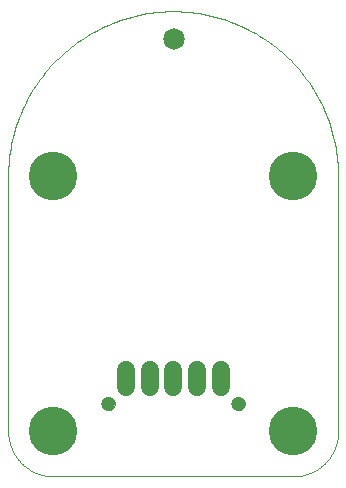
<source format=gbs>
G75*
%MOIN*%
%OFA0B0*%
%FSLAX25Y25*%
%IPPOS*%
%LPD*%
%AMOC8*
5,1,8,0,0,1.08239X$1,22.5*
%
%ADD10C,0.00000*%
%ADD11C,0.16211*%
%ADD12C,0.06000*%
%ADD13C,0.04731*%
%ADD14C,0.07191*%
D10*
X0001500Y0016500D02*
X0001500Y0101500D01*
X0032681Y0025732D02*
X0032683Y0025825D01*
X0032689Y0025917D01*
X0032699Y0026009D01*
X0032713Y0026100D01*
X0032730Y0026191D01*
X0032752Y0026281D01*
X0032777Y0026370D01*
X0032806Y0026458D01*
X0032839Y0026544D01*
X0032876Y0026629D01*
X0032916Y0026713D01*
X0032960Y0026794D01*
X0033007Y0026874D01*
X0033057Y0026952D01*
X0033111Y0027027D01*
X0033168Y0027100D01*
X0033228Y0027170D01*
X0033291Y0027238D01*
X0033357Y0027303D01*
X0033425Y0027365D01*
X0033496Y0027425D01*
X0033570Y0027481D01*
X0033646Y0027534D01*
X0033724Y0027583D01*
X0033804Y0027630D01*
X0033886Y0027672D01*
X0033970Y0027712D01*
X0034055Y0027747D01*
X0034142Y0027779D01*
X0034230Y0027808D01*
X0034319Y0027832D01*
X0034409Y0027853D01*
X0034500Y0027869D01*
X0034592Y0027882D01*
X0034684Y0027891D01*
X0034777Y0027896D01*
X0034869Y0027897D01*
X0034962Y0027894D01*
X0035054Y0027887D01*
X0035146Y0027876D01*
X0035237Y0027861D01*
X0035328Y0027843D01*
X0035418Y0027820D01*
X0035506Y0027794D01*
X0035594Y0027764D01*
X0035680Y0027730D01*
X0035764Y0027693D01*
X0035847Y0027651D01*
X0035928Y0027607D01*
X0036008Y0027559D01*
X0036085Y0027508D01*
X0036159Y0027453D01*
X0036232Y0027395D01*
X0036302Y0027335D01*
X0036369Y0027271D01*
X0036433Y0027205D01*
X0036495Y0027135D01*
X0036553Y0027064D01*
X0036608Y0026990D01*
X0036660Y0026913D01*
X0036709Y0026834D01*
X0036755Y0026754D01*
X0036797Y0026671D01*
X0036835Y0026587D01*
X0036870Y0026501D01*
X0036901Y0026414D01*
X0036928Y0026326D01*
X0036951Y0026236D01*
X0036971Y0026146D01*
X0036987Y0026055D01*
X0036999Y0025963D01*
X0037007Y0025871D01*
X0037011Y0025778D01*
X0037011Y0025686D01*
X0037007Y0025593D01*
X0036999Y0025501D01*
X0036987Y0025409D01*
X0036971Y0025318D01*
X0036951Y0025228D01*
X0036928Y0025138D01*
X0036901Y0025050D01*
X0036870Y0024963D01*
X0036835Y0024877D01*
X0036797Y0024793D01*
X0036755Y0024710D01*
X0036709Y0024630D01*
X0036660Y0024551D01*
X0036608Y0024474D01*
X0036553Y0024400D01*
X0036495Y0024329D01*
X0036433Y0024259D01*
X0036369Y0024193D01*
X0036302Y0024129D01*
X0036232Y0024069D01*
X0036159Y0024011D01*
X0036085Y0023956D01*
X0036008Y0023905D01*
X0035929Y0023857D01*
X0035847Y0023813D01*
X0035764Y0023771D01*
X0035680Y0023734D01*
X0035594Y0023700D01*
X0035506Y0023670D01*
X0035418Y0023644D01*
X0035328Y0023621D01*
X0035237Y0023603D01*
X0035146Y0023588D01*
X0035054Y0023577D01*
X0034962Y0023570D01*
X0034869Y0023567D01*
X0034777Y0023568D01*
X0034684Y0023573D01*
X0034592Y0023582D01*
X0034500Y0023595D01*
X0034409Y0023611D01*
X0034319Y0023632D01*
X0034230Y0023656D01*
X0034142Y0023685D01*
X0034055Y0023717D01*
X0033970Y0023752D01*
X0033886Y0023792D01*
X0033804Y0023834D01*
X0033724Y0023881D01*
X0033646Y0023930D01*
X0033570Y0023983D01*
X0033496Y0024039D01*
X0033425Y0024099D01*
X0033357Y0024161D01*
X0033291Y0024226D01*
X0033228Y0024294D01*
X0033168Y0024364D01*
X0033111Y0024437D01*
X0033057Y0024512D01*
X0033007Y0024590D01*
X0032960Y0024670D01*
X0032916Y0024751D01*
X0032876Y0024835D01*
X0032839Y0024920D01*
X0032806Y0025006D01*
X0032777Y0025094D01*
X0032752Y0025183D01*
X0032730Y0025273D01*
X0032713Y0025364D01*
X0032699Y0025455D01*
X0032689Y0025547D01*
X0032683Y0025639D01*
X0032681Y0025732D01*
X0016500Y0001500D02*
X0016138Y0001504D01*
X0015775Y0001518D01*
X0015413Y0001539D01*
X0015052Y0001570D01*
X0014692Y0001609D01*
X0014333Y0001657D01*
X0013975Y0001714D01*
X0013618Y0001779D01*
X0013263Y0001853D01*
X0012910Y0001936D01*
X0012559Y0002027D01*
X0012211Y0002126D01*
X0011865Y0002234D01*
X0011521Y0002350D01*
X0011181Y0002475D01*
X0010844Y0002607D01*
X0010510Y0002748D01*
X0010179Y0002897D01*
X0009852Y0003054D01*
X0009529Y0003218D01*
X0009210Y0003390D01*
X0008896Y0003570D01*
X0008585Y0003758D01*
X0008280Y0003953D01*
X0007979Y0004155D01*
X0007683Y0004365D01*
X0007393Y0004581D01*
X0007107Y0004805D01*
X0006827Y0005035D01*
X0006553Y0005272D01*
X0006285Y0005516D01*
X0006022Y0005766D01*
X0005766Y0006022D01*
X0005516Y0006285D01*
X0005272Y0006553D01*
X0005035Y0006827D01*
X0004805Y0007107D01*
X0004581Y0007393D01*
X0004365Y0007683D01*
X0004155Y0007979D01*
X0003953Y0008280D01*
X0003758Y0008585D01*
X0003570Y0008896D01*
X0003390Y0009210D01*
X0003218Y0009529D01*
X0003054Y0009852D01*
X0002897Y0010179D01*
X0002748Y0010510D01*
X0002607Y0010844D01*
X0002475Y0011181D01*
X0002350Y0011521D01*
X0002234Y0011865D01*
X0002126Y0012211D01*
X0002027Y0012559D01*
X0001936Y0012910D01*
X0001853Y0013263D01*
X0001779Y0013618D01*
X0001714Y0013975D01*
X0001657Y0014333D01*
X0001609Y0014692D01*
X0001570Y0015052D01*
X0001539Y0015413D01*
X0001518Y0015775D01*
X0001504Y0016138D01*
X0001500Y0016500D01*
X0016500Y0001500D02*
X0096500Y0001500D01*
X0096862Y0001504D01*
X0097225Y0001518D01*
X0097587Y0001539D01*
X0097948Y0001570D01*
X0098308Y0001609D01*
X0098667Y0001657D01*
X0099025Y0001714D01*
X0099382Y0001779D01*
X0099737Y0001853D01*
X0100090Y0001936D01*
X0100441Y0002027D01*
X0100789Y0002126D01*
X0101135Y0002234D01*
X0101479Y0002350D01*
X0101819Y0002475D01*
X0102156Y0002607D01*
X0102490Y0002748D01*
X0102821Y0002897D01*
X0103148Y0003054D01*
X0103471Y0003218D01*
X0103790Y0003390D01*
X0104104Y0003570D01*
X0104415Y0003758D01*
X0104720Y0003953D01*
X0105021Y0004155D01*
X0105317Y0004365D01*
X0105607Y0004581D01*
X0105893Y0004805D01*
X0106173Y0005035D01*
X0106447Y0005272D01*
X0106715Y0005516D01*
X0106978Y0005766D01*
X0107234Y0006022D01*
X0107484Y0006285D01*
X0107728Y0006553D01*
X0107965Y0006827D01*
X0108195Y0007107D01*
X0108419Y0007393D01*
X0108635Y0007683D01*
X0108845Y0007979D01*
X0109047Y0008280D01*
X0109242Y0008585D01*
X0109430Y0008896D01*
X0109610Y0009210D01*
X0109782Y0009529D01*
X0109946Y0009852D01*
X0110103Y0010179D01*
X0110252Y0010510D01*
X0110393Y0010844D01*
X0110525Y0011181D01*
X0110650Y0011521D01*
X0110766Y0011865D01*
X0110874Y0012211D01*
X0110973Y0012559D01*
X0111064Y0012910D01*
X0111147Y0013263D01*
X0111221Y0013618D01*
X0111286Y0013975D01*
X0111343Y0014333D01*
X0111391Y0014692D01*
X0111430Y0015052D01*
X0111461Y0015413D01*
X0111482Y0015775D01*
X0111496Y0016138D01*
X0111500Y0016500D01*
X0111500Y0101500D01*
X0075989Y0025732D02*
X0075991Y0025825D01*
X0075997Y0025917D01*
X0076007Y0026009D01*
X0076021Y0026100D01*
X0076038Y0026191D01*
X0076060Y0026281D01*
X0076085Y0026370D01*
X0076114Y0026458D01*
X0076147Y0026544D01*
X0076184Y0026629D01*
X0076224Y0026713D01*
X0076268Y0026794D01*
X0076315Y0026874D01*
X0076365Y0026952D01*
X0076419Y0027027D01*
X0076476Y0027100D01*
X0076536Y0027170D01*
X0076599Y0027238D01*
X0076665Y0027303D01*
X0076733Y0027365D01*
X0076804Y0027425D01*
X0076878Y0027481D01*
X0076954Y0027534D01*
X0077032Y0027583D01*
X0077112Y0027630D01*
X0077194Y0027672D01*
X0077278Y0027712D01*
X0077363Y0027747D01*
X0077450Y0027779D01*
X0077538Y0027808D01*
X0077627Y0027832D01*
X0077717Y0027853D01*
X0077808Y0027869D01*
X0077900Y0027882D01*
X0077992Y0027891D01*
X0078085Y0027896D01*
X0078177Y0027897D01*
X0078270Y0027894D01*
X0078362Y0027887D01*
X0078454Y0027876D01*
X0078545Y0027861D01*
X0078636Y0027843D01*
X0078726Y0027820D01*
X0078814Y0027794D01*
X0078902Y0027764D01*
X0078988Y0027730D01*
X0079072Y0027693D01*
X0079155Y0027651D01*
X0079236Y0027607D01*
X0079316Y0027559D01*
X0079393Y0027508D01*
X0079467Y0027453D01*
X0079540Y0027395D01*
X0079610Y0027335D01*
X0079677Y0027271D01*
X0079741Y0027205D01*
X0079803Y0027135D01*
X0079861Y0027064D01*
X0079916Y0026990D01*
X0079968Y0026913D01*
X0080017Y0026834D01*
X0080063Y0026754D01*
X0080105Y0026671D01*
X0080143Y0026587D01*
X0080178Y0026501D01*
X0080209Y0026414D01*
X0080236Y0026326D01*
X0080259Y0026236D01*
X0080279Y0026146D01*
X0080295Y0026055D01*
X0080307Y0025963D01*
X0080315Y0025871D01*
X0080319Y0025778D01*
X0080319Y0025686D01*
X0080315Y0025593D01*
X0080307Y0025501D01*
X0080295Y0025409D01*
X0080279Y0025318D01*
X0080259Y0025228D01*
X0080236Y0025138D01*
X0080209Y0025050D01*
X0080178Y0024963D01*
X0080143Y0024877D01*
X0080105Y0024793D01*
X0080063Y0024710D01*
X0080017Y0024630D01*
X0079968Y0024551D01*
X0079916Y0024474D01*
X0079861Y0024400D01*
X0079803Y0024329D01*
X0079741Y0024259D01*
X0079677Y0024193D01*
X0079610Y0024129D01*
X0079540Y0024069D01*
X0079467Y0024011D01*
X0079393Y0023956D01*
X0079316Y0023905D01*
X0079237Y0023857D01*
X0079155Y0023813D01*
X0079072Y0023771D01*
X0078988Y0023734D01*
X0078902Y0023700D01*
X0078814Y0023670D01*
X0078726Y0023644D01*
X0078636Y0023621D01*
X0078545Y0023603D01*
X0078454Y0023588D01*
X0078362Y0023577D01*
X0078270Y0023570D01*
X0078177Y0023567D01*
X0078085Y0023568D01*
X0077992Y0023573D01*
X0077900Y0023582D01*
X0077808Y0023595D01*
X0077717Y0023611D01*
X0077627Y0023632D01*
X0077538Y0023656D01*
X0077450Y0023685D01*
X0077363Y0023717D01*
X0077278Y0023752D01*
X0077194Y0023792D01*
X0077112Y0023834D01*
X0077032Y0023881D01*
X0076954Y0023930D01*
X0076878Y0023983D01*
X0076804Y0024039D01*
X0076733Y0024099D01*
X0076665Y0024161D01*
X0076599Y0024226D01*
X0076536Y0024294D01*
X0076476Y0024364D01*
X0076419Y0024437D01*
X0076365Y0024512D01*
X0076315Y0024590D01*
X0076268Y0024670D01*
X0076224Y0024751D01*
X0076184Y0024835D01*
X0076147Y0024920D01*
X0076114Y0025006D01*
X0076085Y0025094D01*
X0076060Y0025183D01*
X0076038Y0025273D01*
X0076021Y0025364D01*
X0076007Y0025455D01*
X0075997Y0025547D01*
X0075991Y0025639D01*
X0075989Y0025732D01*
X0111500Y0101500D02*
X0111484Y0102839D01*
X0111435Y0104178D01*
X0111353Y0105515D01*
X0111239Y0106849D01*
X0111093Y0108181D01*
X0110914Y0109508D01*
X0110703Y0110831D01*
X0110459Y0112148D01*
X0110184Y0113459D01*
X0109877Y0114762D01*
X0109538Y0116058D01*
X0109168Y0117345D01*
X0108767Y0118623D01*
X0108334Y0119891D01*
X0107871Y0121148D01*
X0107377Y0122393D01*
X0106853Y0123626D01*
X0106300Y0124845D01*
X0105716Y0126051D01*
X0105104Y0127242D01*
X0104463Y0128418D01*
X0103793Y0129578D01*
X0103095Y0130721D01*
X0102370Y0131847D01*
X0101617Y0132955D01*
X0100838Y0134045D01*
X0100032Y0135115D01*
X0099201Y0136165D01*
X0098344Y0137194D01*
X0097462Y0138203D01*
X0096557Y0139189D01*
X0095627Y0140153D01*
X0094674Y0141095D01*
X0093699Y0142013D01*
X0092701Y0142906D01*
X0091682Y0143776D01*
X0090642Y0144620D01*
X0089582Y0145438D01*
X0088502Y0146231D01*
X0087404Y0146997D01*
X0086286Y0147736D01*
X0085152Y0148448D01*
X0084000Y0149131D01*
X0082832Y0149787D01*
X0081648Y0150414D01*
X0080450Y0151012D01*
X0079237Y0151580D01*
X0078011Y0152119D01*
X0076772Y0152628D01*
X0075521Y0153106D01*
X0074258Y0153554D01*
X0072986Y0153971D01*
X0071703Y0154357D01*
X0070411Y0154712D01*
X0069111Y0155035D01*
X0067804Y0155326D01*
X0066490Y0155585D01*
X0065170Y0155812D01*
X0063845Y0156007D01*
X0062515Y0156170D01*
X0061182Y0156300D01*
X0059847Y0156398D01*
X0058509Y0156463D01*
X0057170Y0156496D01*
X0055830Y0156496D01*
X0054491Y0156463D01*
X0053153Y0156398D01*
X0051818Y0156300D01*
X0050485Y0156170D01*
X0049155Y0156007D01*
X0047830Y0155812D01*
X0046510Y0155585D01*
X0045196Y0155326D01*
X0043889Y0155035D01*
X0042589Y0154712D01*
X0041297Y0154357D01*
X0040014Y0153971D01*
X0038742Y0153554D01*
X0037479Y0153106D01*
X0036228Y0152628D01*
X0034989Y0152119D01*
X0033763Y0151580D01*
X0032550Y0151012D01*
X0031352Y0150414D01*
X0030168Y0149787D01*
X0029000Y0149131D01*
X0027848Y0148448D01*
X0026714Y0147736D01*
X0025596Y0146997D01*
X0024498Y0146231D01*
X0023418Y0145438D01*
X0022358Y0144620D01*
X0021318Y0143776D01*
X0020299Y0142906D01*
X0019301Y0142013D01*
X0018326Y0141095D01*
X0017373Y0140153D01*
X0016443Y0139189D01*
X0015538Y0138203D01*
X0014656Y0137194D01*
X0013799Y0136165D01*
X0012968Y0135115D01*
X0012162Y0134045D01*
X0011383Y0132955D01*
X0010630Y0131847D01*
X0009905Y0130721D01*
X0009207Y0129578D01*
X0008537Y0128418D01*
X0007896Y0127242D01*
X0007284Y0126051D01*
X0006700Y0124845D01*
X0006147Y0123626D01*
X0005623Y0122393D01*
X0005129Y0121148D01*
X0004666Y0119891D01*
X0004233Y0118623D01*
X0003832Y0117345D01*
X0003462Y0116058D01*
X0003123Y0114762D01*
X0002816Y0113459D01*
X0002541Y0112148D01*
X0002297Y0110831D01*
X0002086Y0109508D01*
X0001907Y0108181D01*
X0001761Y0106849D01*
X0001647Y0105515D01*
X0001565Y0104178D01*
X0001516Y0102839D01*
X0001500Y0101500D01*
D11*
X0016500Y0101500D03*
X0016500Y0016500D03*
X0096500Y0016500D03*
X0096500Y0101500D03*
D12*
X0072248Y0036800D02*
X0072248Y0031200D01*
X0064374Y0031200D02*
X0064374Y0036800D01*
X0056500Y0036800D02*
X0056500Y0031200D01*
X0048626Y0031200D02*
X0048626Y0036800D01*
X0040752Y0036800D02*
X0040752Y0031200D01*
D13*
X0034846Y0025732D03*
X0078154Y0025732D03*
D14*
X0056618Y0147169D03*
M02*

</source>
